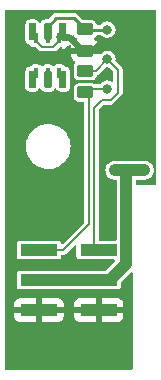
<source format=gbr>
G04 #@! TF.GenerationSoftware,KiCad,Pcbnew,(6.0.1-0)*
G04 #@! TF.CreationDate,2022-12-09T09:33:06-05:00*
G04 #@! TF.ProjectId,feederFloor,66656564-6572-4466-9c6f-6f722e6b6963,rev?*
G04 #@! TF.SameCoordinates,Original*
G04 #@! TF.FileFunction,Copper,L1,Top*
G04 #@! TF.FilePolarity,Positive*
%FSLAX46Y46*%
G04 Gerber Fmt 4.6, Leading zero omitted, Abs format (unit mm)*
G04 Created by KiCad (PCBNEW (6.0.1-0)) date 2022-12-09 09:33:06*
%MOMM*%
%LPD*%
G01*
G04 APERTURE LIST*
G04 Aperture macros list*
%AMRoundRect*
0 Rectangle with rounded corners*
0 $1 Rounding radius*
0 $2 $3 $4 $5 $6 $7 $8 $9 X,Y pos of 4 corners*
0 Add a 4 corners polygon primitive as box body*
4,1,4,$2,$3,$4,$5,$6,$7,$8,$9,$2,$3,0*
0 Add four circle primitives for the rounded corners*
1,1,$1+$1,$2,$3*
1,1,$1+$1,$4,$5*
1,1,$1+$1,$6,$7*
1,1,$1+$1,$8,$9*
0 Add four rect primitives between the rounded corners*
20,1,$1+$1,$2,$3,$4,$5,0*
20,1,$1+$1,$4,$5,$6,$7,0*
20,1,$1+$1,$6,$7,$8,$9,0*
20,1,$1+$1,$8,$9,$2,$3,0*%
%AMFreePoly0*
4,1,39,0.115063,0.570106,0.130902,0.570106,0.143716,0.560796,0.158779,0.555902,0.168089,0.543089,0.180902,0.533779,0.185796,0.518716,0.195106,0.505902,0.195106,0.490063,0.200000,0.475000,0.200000,0.200000,0.400000,0.200000,0.400000,-0.200000,-0.400000,-0.200000,-0.400000,0.025000,-1.200000,0.025000,-1.215063,0.029894,-1.230902,0.029894,-1.243716,0.039204,-1.258779,0.044098,
-1.268089,0.056911,-1.280902,0.066221,-1.285796,0.081284,-1.295106,0.094098,-1.295106,0.109937,-1.300000,0.125000,-1.300000,0.475000,-1.295106,0.490063,-1.295106,0.505902,-1.285796,0.518716,-1.280902,0.533779,-1.268089,0.543089,-1.258779,0.555902,-1.243716,0.560796,-1.230902,0.570106,-1.215063,0.570106,-1.200000,0.575000,0.100000,0.575000,0.115063,0.570106,0.115063,0.570106,
$1*%
%AMFreePoly1*
4,1,47,0.115063,0.295106,0.130902,0.295106,0.143716,0.285796,0.158779,0.280902,0.168089,0.268089,0.180902,0.258779,0.185796,0.243716,0.195106,0.230902,0.195106,0.215063,0.200000,0.200000,0.400000,0.200000,0.400000,-0.200000,0.200000,-0.200000,0.195106,-0.215063,0.195106,-0.230902,0.185796,-0.243716,0.180902,-0.258779,0.168089,-0.268089,0.158779,-0.280902,0.143716,-0.285796,
0.130902,-0.295106,0.115063,-0.295106,0.100000,-0.300000,-1.200000,-0.300000,-1.215063,-0.295106,-1.230902,-0.295106,-1.243716,-0.285796,-1.258779,-0.280902,-1.268089,-0.268089,-1.280902,-0.258779,-1.285796,-0.243716,-1.295106,-0.230902,-1.295106,-0.215063,-1.300000,-0.200000,-1.300000,0.200000,-1.295106,0.215063,-1.295106,0.230902,-1.285796,0.243716,-1.280902,0.258779,-1.268089,0.268089,
-1.258779,0.280902,-1.243716,0.285796,-1.230902,0.295106,-1.215063,0.295106,-1.200000,0.300000,0.100000,0.300000,0.115063,0.295106,0.115063,0.295106,$1*%
%AMFreePoly2*
4,1,39,0.400000,-0.200000,0.200000,-0.200000,0.200000,-0.475000,0.195106,-0.490063,0.195106,-0.505902,0.185796,-0.518716,0.180902,-0.533779,0.168089,-0.543089,0.158779,-0.555902,0.143716,-0.560796,0.130902,-0.570106,0.115063,-0.570106,0.100000,-0.575000,-1.200000,-0.575000,-1.215063,-0.570106,-1.230902,-0.570106,-1.243716,-0.560796,-1.258779,-0.555902,-1.268089,-0.543089,-1.280902,-0.533779,
-1.285796,-0.518716,-1.295106,-0.505902,-1.295106,-0.490063,-1.300000,-0.475000,-1.300000,-0.125000,-1.295106,-0.109937,-1.295106,-0.094098,-1.285796,-0.081284,-1.280902,-0.066221,-1.268089,-0.056911,-1.258779,-0.044098,-1.243716,-0.039204,-1.230902,-0.029894,-1.215063,-0.029894,-1.200000,-0.025000,-0.400000,-0.025000,-0.400000,0.200000,0.400000,0.200000,0.400000,-0.200000,0.400000,-0.200000,
$1*%
%AMFreePoly3*
4,1,39,0.400000,-0.025000,1.200000,-0.025000,1.215063,-0.029894,1.230902,-0.029894,1.243716,-0.039204,1.258779,-0.044098,1.268089,-0.056911,1.280902,-0.066221,1.285796,-0.081284,1.295106,-0.094098,1.295106,-0.109937,1.300000,-0.125000,1.300000,-0.475000,1.295106,-0.490063,1.295106,-0.505902,1.285796,-0.518716,1.280902,-0.533779,1.268089,-0.543089,1.258779,-0.555902,1.243716,-0.560796,
1.230902,-0.570106,1.215063,-0.570106,1.200000,-0.575000,-0.100000,-0.575000,-0.115063,-0.570106,-0.130902,-0.570106,-0.143716,-0.560796,-0.158779,-0.555902,-0.168089,-0.543089,-0.180902,-0.533779,-0.185796,-0.518716,-0.195106,-0.505902,-0.195106,-0.490063,-0.200000,-0.475000,-0.200000,-0.200000,-0.400000,-0.200000,-0.400000,0.200000,0.400000,0.200000,0.400000,-0.025000,0.400000,-0.025000,
$1*%
%AMFreePoly4*
4,1,47,1.215063,0.295106,1.230902,0.295106,1.243716,0.285796,1.258779,0.280902,1.268089,0.268089,1.280902,0.258779,1.285796,0.243716,1.295106,0.230902,1.295106,0.215063,1.300000,0.200000,1.300000,-0.200000,1.295106,-0.215063,1.295106,-0.230902,1.285796,-0.243716,1.280902,-0.258779,1.268089,-0.268089,1.258779,-0.280902,1.243716,-0.285796,1.230902,-0.295106,1.215063,-0.295106,
1.200000,-0.300000,-0.100000,-0.300000,-0.115063,-0.295106,-0.130902,-0.295106,-0.143716,-0.285796,-0.158779,-0.280902,-0.168089,-0.268089,-0.180902,-0.258779,-0.185796,-0.243716,-0.195106,-0.230902,-0.195106,-0.215063,-0.200000,-0.200000,-0.400000,-0.200000,-0.400000,0.200000,-0.200000,0.200000,-0.195106,0.215063,-0.195106,0.230902,-0.185796,0.243716,-0.180902,0.258779,-0.168089,0.268089,
-0.158779,0.280902,-0.143716,0.285796,-0.130902,0.295106,-0.115063,0.295106,-0.100000,0.300000,1.200000,0.300000,1.215063,0.295106,1.215063,0.295106,$1*%
%AMFreePoly5*
4,1,39,1.215063,0.570106,1.230902,0.570106,1.243716,0.560796,1.258779,0.555902,1.268089,0.543089,1.280902,0.533779,1.285796,0.518716,1.295106,0.505902,1.295106,0.490063,1.300000,0.475000,1.300000,0.125000,1.295106,0.109937,1.295106,0.094098,1.285796,0.081284,1.280902,0.066221,1.268089,0.056911,1.258779,0.044098,1.243716,0.039204,1.230902,0.029894,1.215063,0.029894,
1.200000,0.025000,0.400000,0.025000,0.400000,-0.200000,-0.400000,-0.200000,-0.400000,0.200000,-0.200000,0.200000,-0.200000,0.475000,-0.195106,0.490063,-0.195106,0.505902,-0.185796,0.518716,-0.180902,0.533779,-0.168089,0.543089,-0.158779,0.555902,-0.143716,0.560796,-0.130902,0.570106,-0.115063,0.570106,-0.100000,0.575000,1.200000,0.575000,1.215063,0.570106,1.215063,0.570106,
$1*%
G04 Aperture macros list end*
G04 #@! TA.AperFunction,EtchedComponent*
%ADD10C,0.200000*%
G04 #@! TD*
G04 #@! TA.AperFunction,SMDPad,CuDef*
%ADD11R,3.150000X1.000000*%
G04 #@! TD*
G04 #@! TA.AperFunction,SMDPad,CuDef*
%ADD12FreePoly0,270.000000*%
G04 #@! TD*
G04 #@! TA.AperFunction,SMDPad,CuDef*
%ADD13FreePoly1,270.000000*%
G04 #@! TD*
G04 #@! TA.AperFunction,SMDPad,CuDef*
%ADD14FreePoly2,270.000000*%
G04 #@! TD*
G04 #@! TA.AperFunction,SMDPad,CuDef*
%ADD15FreePoly3,270.000000*%
G04 #@! TD*
G04 #@! TA.AperFunction,SMDPad,CuDef*
%ADD16FreePoly4,270.000000*%
G04 #@! TD*
G04 #@! TA.AperFunction,SMDPad,CuDef*
%ADD17FreePoly5,270.000000*%
G04 #@! TD*
G04 #@! TA.AperFunction,SMDPad,CuDef*
%ADD18RoundRect,0.250000X0.450000X-0.262500X0.450000X0.262500X-0.450000X0.262500X-0.450000X-0.262500X0*%
G04 #@! TD*
G04 #@! TA.AperFunction,SMDPad,CuDef*
%ADD19RoundRect,0.250000X-0.450000X0.262500X-0.450000X-0.262500X0.450000X-0.262500X0.450000X0.262500X0*%
G04 #@! TD*
G04 #@! TA.AperFunction,ViaPad*
%ADD20C,0.800000*%
G04 #@! TD*
G04 #@! TA.AperFunction,Conductor*
%ADD21C,0.500000*%
G04 #@! TD*
G04 #@! TA.AperFunction,Conductor*
%ADD22C,0.250000*%
G04 #@! TD*
G04 #@! TA.AperFunction,Conductor*
%ADD23C,1.000000*%
G04 #@! TD*
G04 #@! TA.AperFunction,Conductor*
%ADD24C,0.200000*%
G04 #@! TD*
G04 APERTURE END LIST*
D10*
X26050000Y-28150000D02*
X25650000Y-28550000D01*
X24700000Y-28550000D02*
X24250000Y-28150000D01*
X25650000Y-28550000D02*
X24700000Y-28550000D01*
D11*
X29475000Y-50840000D03*
X24425000Y-50840000D03*
X29475000Y-48300000D03*
X24425000Y-48300000D03*
X29475000Y-45760000D03*
X24425000Y-45760000D03*
D12*
X26150000Y-27850000D03*
D13*
X25150000Y-27850000D03*
D14*
X24150000Y-27850000D03*
D15*
X24150000Y-30750000D03*
D16*
X25150000Y-30750000D03*
D17*
X26150000Y-30750000D03*
D18*
X28350000Y-32412500D03*
X28350000Y-30587500D03*
D19*
X28350000Y-27087500D03*
X28350000Y-28912500D03*
D20*
X30200000Y-36600000D03*
X30200000Y-34250000D03*
X31750000Y-49400000D03*
X30200000Y-35400000D03*
X31800000Y-52300000D03*
X22100000Y-49400000D03*
X22100000Y-52300000D03*
X30200000Y-27100000D03*
X30850000Y-39000000D03*
X33350000Y-39000000D03*
X32050000Y-39000000D03*
X30200000Y-29600000D03*
X30200000Y-32100000D03*
D21*
X26975481Y-27725481D02*
X26150000Y-27725481D01*
X28350000Y-28912500D02*
X28987500Y-28912500D01*
X32450000Y-30000000D02*
X32450000Y-32000000D01*
X28350000Y-28912500D02*
X28162500Y-28912500D01*
X28987500Y-28912500D02*
X29600000Y-28300000D01*
X32450000Y-32000000D02*
X30200000Y-34250000D01*
X28162500Y-28912500D02*
X26975481Y-27725481D01*
X29600000Y-28300000D02*
X30750000Y-28300000D01*
X30750000Y-28300000D02*
X32450000Y-30000000D01*
D22*
X25150000Y-27850000D02*
X25150000Y-26850000D01*
X30200000Y-27100000D02*
X28362500Y-27100000D01*
X27362500Y-26100000D02*
X28350000Y-27087500D01*
X25900000Y-26100000D02*
X27362500Y-26100000D01*
X28362500Y-27100000D02*
X28350000Y-27087500D01*
X25150000Y-26850000D02*
X25900000Y-26100000D01*
D23*
X30409022Y-48300000D02*
X31800000Y-46909022D01*
X26950000Y-48300000D02*
X24425000Y-48300000D01*
X29475000Y-48300000D02*
X30409022Y-48300000D01*
X26950000Y-48300000D02*
X29475000Y-48300000D01*
X31800000Y-46909022D02*
X31800000Y-39250000D01*
X33350000Y-39000000D02*
X30850000Y-39000000D01*
X31800000Y-39250000D02*
X32050000Y-39000000D01*
D24*
X30200000Y-29600000D02*
X31100000Y-30500000D01*
X29750000Y-33050000D02*
X29100000Y-33700000D01*
X29100000Y-33700000D02*
X29100000Y-45385000D01*
X29100000Y-45385000D02*
X29475000Y-45760000D01*
X30550000Y-33050000D02*
X29750000Y-33050000D01*
X31100000Y-32500000D02*
X30550000Y-33050000D01*
X29212500Y-30587500D02*
X28350000Y-30587500D01*
X31100000Y-30500000D02*
X31100000Y-32500000D01*
X30200000Y-29600000D02*
X29212500Y-30587500D01*
X30200000Y-32100000D02*
X28662500Y-32100000D01*
X26490000Y-45760000D02*
X28650000Y-43600000D01*
X28650000Y-43600000D02*
X28650000Y-32712500D01*
X28662500Y-32100000D02*
X28350000Y-32412500D01*
X24425000Y-45760000D02*
X26490000Y-45760000D01*
X28650000Y-32712500D02*
X28350000Y-32412500D01*
G04 #@! TA.AperFunction,Conductor*
G36*
X34309305Y-25432594D02*
G01*
X34345269Y-25482094D01*
X34350114Y-25512687D01*
X34350114Y-38967788D01*
X34339633Y-39000046D01*
X34350114Y-39040283D01*
X34350114Y-40201000D01*
X34331207Y-40259191D01*
X34281707Y-40295155D01*
X34251114Y-40300000D01*
X32705733Y-40300000D01*
X32696075Y-40299528D01*
X32689842Y-40298917D01*
X32633773Y-40274423D01*
X32602810Y-40221650D01*
X32600500Y-40200389D01*
X32600500Y-39899500D01*
X32619407Y-39841309D01*
X32668907Y-39805345D01*
X32699500Y-39800500D01*
X33395155Y-39800500D01*
X33397909Y-39800191D01*
X33397911Y-39800191D01*
X33425291Y-39797120D01*
X33528472Y-39785546D01*
X33698073Y-39726485D01*
X33735979Y-39702799D01*
X33845685Y-39634247D01*
X33845687Y-39634245D01*
X33850375Y-39631316D01*
X33977807Y-39504770D01*
X33980774Y-39500095D01*
X34071071Y-39357810D01*
X34071072Y-39357809D01*
X34074037Y-39353136D01*
X34134281Y-39183951D01*
X34152810Y-39028561D01*
X34163299Y-39005862D01*
X34152656Y-38978136D01*
X34142851Y-38884850D01*
X34136773Y-38827017D01*
X34114458Y-38761466D01*
X34080682Y-38662249D01*
X34080680Y-38662245D01*
X34078897Y-38657007D01*
X34075999Y-38652297D01*
X34075997Y-38652292D01*
X33987691Y-38508754D01*
X33984794Y-38504045D01*
X33859141Y-38375732D01*
X33708183Y-38278446D01*
X33539422Y-38217022D01*
X33400717Y-38199500D01*
X32058991Y-38199500D01*
X32057954Y-38199495D01*
X32052712Y-38199440D01*
X31968593Y-38198559D01*
X31965411Y-38199247D01*
X31960417Y-38199500D01*
X30804845Y-38199500D01*
X30802091Y-38199809D01*
X30802089Y-38199809D01*
X30774709Y-38202880D01*
X30671528Y-38214454D01*
X30501927Y-38273515D01*
X30497234Y-38276447D01*
X30497235Y-38276447D01*
X30354315Y-38365753D01*
X30354313Y-38365755D01*
X30349625Y-38368684D01*
X30345700Y-38372582D01*
X30234501Y-38483008D01*
X30222193Y-38495230D01*
X30219227Y-38499904D01*
X30219226Y-38499905D01*
X30219106Y-38500095D01*
X30125963Y-38646864D01*
X30065719Y-38816049D01*
X30065065Y-38821536D01*
X30065064Y-38821539D01*
X30055656Y-38900439D01*
X30044455Y-38994376D01*
X30063227Y-39172983D01*
X30121103Y-39342993D01*
X30124001Y-39347703D01*
X30124003Y-39347708D01*
X30130218Y-39357810D01*
X30215206Y-39495955D01*
X30340859Y-39624268D01*
X30491817Y-39721554D01*
X30660578Y-39782978D01*
X30799283Y-39800500D01*
X30900500Y-39800500D01*
X30958691Y-39819407D01*
X30994655Y-39868907D01*
X30999500Y-39899500D01*
X30999500Y-44860500D01*
X30980593Y-44918691D01*
X30931093Y-44954655D01*
X30900500Y-44959500D01*
X29599500Y-44959500D01*
X29541309Y-44940593D01*
X29505345Y-44891093D01*
X29500500Y-44860500D01*
X29500500Y-33906901D01*
X29519407Y-33848710D01*
X29529496Y-33836897D01*
X29886897Y-33479496D01*
X29941414Y-33451719D01*
X29956901Y-33450500D01*
X30613433Y-33450500D01*
X30636380Y-33443044D01*
X30651481Y-33439419D01*
X30667609Y-33436865D01*
X30667611Y-33436864D01*
X30675304Y-33435646D01*
X30696797Y-33424695D01*
X30711143Y-33418752D01*
X30726679Y-33413704D01*
X30734090Y-33411296D01*
X30753607Y-33397116D01*
X30766846Y-33389002D01*
X30788342Y-33378050D01*
X30810905Y-33355487D01*
X30810909Y-33355484D01*
X31405483Y-32760909D01*
X31428050Y-32738342D01*
X31439004Y-32716844D01*
X31447111Y-32703614D01*
X31461296Y-32684090D01*
X31468751Y-32661144D01*
X31474696Y-32646794D01*
X31474975Y-32646246D01*
X31485646Y-32625304D01*
X31489420Y-32601475D01*
X31493046Y-32586373D01*
X31498092Y-32570843D01*
X31498093Y-32570840D01*
X31500499Y-32563433D01*
X31500499Y-32531525D01*
X31500500Y-32531519D01*
X31500500Y-30468481D01*
X31500499Y-30468475D01*
X31500499Y-30436567D01*
X31498093Y-30429160D01*
X31498092Y-30429157D01*
X31493046Y-30413627D01*
X31489420Y-30398524D01*
X31486865Y-30382392D01*
X31485646Y-30374696D01*
X31474695Y-30353204D01*
X31468751Y-30338855D01*
X31463704Y-30323321D01*
X31463704Y-30323320D01*
X31461296Y-30315910D01*
X31447111Y-30296386D01*
X31439004Y-30283156D01*
X31428050Y-30261658D01*
X30924979Y-29758587D01*
X30897202Y-29704070D01*
X30896971Y-29674633D01*
X30905034Y-29617982D01*
X30905490Y-29614778D01*
X30905645Y-29600000D01*
X30885276Y-29431680D01*
X30825345Y-29273077D01*
X30757762Y-29174743D01*
X30732692Y-29138267D01*
X30729312Y-29133349D01*
X30602721Y-29020560D01*
X30452881Y-28941224D01*
X30355714Y-28916817D01*
X30294231Y-28901373D01*
X30294228Y-28901373D01*
X30288441Y-28899919D01*
X30202841Y-28899471D01*
X30124861Y-28899062D01*
X30124859Y-28899062D01*
X30118895Y-28899031D01*
X30113099Y-28900423D01*
X30113095Y-28900423D01*
X30028660Y-28920695D01*
X29954032Y-28938612D01*
X29926096Y-28953031D01*
X29808675Y-29013636D01*
X29808673Y-29013638D01*
X29803369Y-29016375D01*
X29675604Y-29127831D01*
X29672172Y-29132714D01*
X29668179Y-29137149D01*
X29667011Y-29136098D01*
X29623978Y-29168412D01*
X29573252Y-29169211D01*
X29573107Y-29170126D01*
X29567867Y-29169296D01*
X29562800Y-29169376D01*
X29560214Y-29168084D01*
X29550211Y-29166500D01*
X27157681Y-29166500D01*
X27144996Y-29170622D01*
X27142001Y-29174743D01*
X27142001Y-29222792D01*
X27142267Y-29227922D01*
X27152409Y-29325673D01*
X27154682Y-29336200D01*
X27207086Y-29493277D01*
X27211933Y-29503624D01*
X27298891Y-29644145D01*
X27305987Y-29653098D01*
X27422939Y-29769847D01*
X27431906Y-29776929D01*
X27470484Y-29800709D01*
X27510098Y-29847338D01*
X27514739Y-29908347D01*
X27497391Y-29944840D01*
X27421111Y-30045335D01*
X27415887Y-30052217D01*
X27413403Y-30058492D01*
X27413402Y-30058493D01*
X27404146Y-30081871D01*
X27360364Y-30192453D01*
X27349500Y-30282228D01*
X27349500Y-30892772D01*
X27360364Y-30982547D01*
X27415887Y-31122783D01*
X27507078Y-31242922D01*
X27512457Y-31247005D01*
X27621840Y-31330032D01*
X27621842Y-31330033D01*
X27627217Y-31334113D01*
X27767453Y-31389636D01*
X27857228Y-31400500D01*
X28842772Y-31400500D01*
X28932547Y-31389636D01*
X29072783Y-31334113D01*
X29078158Y-31330033D01*
X29078160Y-31330032D01*
X29187543Y-31247005D01*
X29192922Y-31242922D01*
X29284113Y-31122783D01*
X29329414Y-31008366D01*
X29368415Y-30961221D01*
X29382867Y-30954420D01*
X29389178Y-30951204D01*
X29396590Y-30948796D01*
X29416107Y-30934616D01*
X29429346Y-30926502D01*
X29450842Y-30915550D01*
X29473405Y-30892987D01*
X29473409Y-30892984D01*
X30038206Y-30328187D01*
X30092723Y-30300410D01*
X30109765Y-30299203D01*
X30159387Y-30299982D01*
X30273760Y-30301779D01*
X30279581Y-30300446D01*
X30281910Y-30300201D01*
X30341758Y-30312922D01*
X30362262Y-30328655D01*
X30670503Y-30636895D01*
X30698281Y-30691412D01*
X30699500Y-30706899D01*
X30699500Y-31407363D01*
X30680593Y-31465554D01*
X30631093Y-31501518D01*
X30569907Y-31501518D01*
X30554175Y-31494856D01*
X30498832Y-31465554D01*
X30452881Y-31441224D01*
X30370661Y-31420572D01*
X30294231Y-31401373D01*
X30294228Y-31401373D01*
X30288441Y-31399919D01*
X30202841Y-31399471D01*
X30124861Y-31399062D01*
X30124859Y-31399062D01*
X30118895Y-31399031D01*
X30113099Y-31400423D01*
X30113095Y-31400423D01*
X30016327Y-31423656D01*
X29954032Y-31438612D01*
X29901833Y-31465554D01*
X29808675Y-31513636D01*
X29808673Y-31513638D01*
X29803369Y-31516375D01*
X29675604Y-31627831D01*
X29672177Y-31632708D01*
X29672170Y-31632715D01*
X29654803Y-31657426D01*
X29605874Y-31694163D01*
X29573807Y-31699500D01*
X29150384Y-31699500D01*
X29090529Y-31679357D01*
X29078159Y-31669968D01*
X29072783Y-31665887D01*
X28932547Y-31610364D01*
X28842772Y-31599500D01*
X27857228Y-31599500D01*
X27767453Y-31610364D01*
X27627217Y-31665887D01*
X27621842Y-31669967D01*
X27621840Y-31669968D01*
X27512457Y-31752995D01*
X27507078Y-31757078D01*
X27415887Y-31877217D01*
X27360364Y-32017453D01*
X27349500Y-32107228D01*
X27349500Y-32717772D01*
X27360364Y-32807547D01*
X27415887Y-32947783D01*
X27507078Y-33067922D01*
X27512457Y-33072005D01*
X27621840Y-33155032D01*
X27621842Y-33155033D01*
X27627217Y-33159113D01*
X27767453Y-33214636D01*
X27857228Y-33225500D01*
X28150500Y-33225500D01*
X28208691Y-33244407D01*
X28244655Y-33293907D01*
X28249500Y-33324500D01*
X28249500Y-43393100D01*
X28230593Y-43451291D01*
X28220504Y-43463104D01*
X26459323Y-45224284D01*
X26404806Y-45252061D01*
X26344374Y-45242490D01*
X26301109Y-45199225D01*
X26297460Y-45189811D01*
X26297382Y-45189154D01*
X26251939Y-45086847D01*
X26172713Y-45007759D01*
X26143591Y-44994884D01*
X26077136Y-44965504D01*
X26077134Y-44965504D01*
X26070327Y-44962494D01*
X26056322Y-44960861D01*
X26047494Y-44959832D01*
X26047493Y-44959832D01*
X26044646Y-44959500D01*
X22805354Y-44959500D01*
X22788951Y-44961452D01*
X22786531Y-44961740D01*
X22786530Y-44961740D01*
X22779154Y-44962618D01*
X22676847Y-45008061D01*
X22597759Y-45087287D01*
X22552494Y-45189673D01*
X22549500Y-45215354D01*
X22549500Y-46304646D01*
X22552618Y-46330846D01*
X22598061Y-46433153D01*
X22677287Y-46512241D01*
X22685645Y-46515936D01*
X22772864Y-46554496D01*
X22772866Y-46554496D01*
X22779673Y-46557506D01*
X22787067Y-46558368D01*
X22802378Y-46560153D01*
X22805354Y-46560500D01*
X26044646Y-46560500D01*
X26062561Y-46558368D01*
X26063469Y-46558260D01*
X26063470Y-46558260D01*
X26070846Y-46557382D01*
X26173153Y-46511939D01*
X26252241Y-46432713D01*
X26297506Y-46330327D01*
X26300500Y-46304646D01*
X26300500Y-46259500D01*
X26319407Y-46201309D01*
X26368907Y-46165345D01*
X26399500Y-46160500D01*
X26553433Y-46160500D01*
X26576380Y-46153044D01*
X26591481Y-46149419D01*
X26607609Y-46146865D01*
X26607611Y-46146864D01*
X26615304Y-46145646D01*
X26636797Y-46134695D01*
X26651143Y-46128752D01*
X26666679Y-46123704D01*
X26674090Y-46121296D01*
X26693607Y-46107116D01*
X26706846Y-46099002D01*
X26728342Y-46088050D01*
X26750905Y-46065487D01*
X26750909Y-46065484D01*
X27430496Y-45385897D01*
X27485013Y-45358120D01*
X27545445Y-45367691D01*
X27588710Y-45410956D01*
X27599500Y-45455901D01*
X27599500Y-46304646D01*
X27602618Y-46330846D01*
X27648061Y-46433153D01*
X27727287Y-46512241D01*
X27735645Y-46515936D01*
X27822864Y-46554496D01*
X27822866Y-46554496D01*
X27829673Y-46557506D01*
X27837067Y-46558368D01*
X27852378Y-46560153D01*
X27855354Y-46560500D01*
X30777436Y-46560500D01*
X30835627Y-46579407D01*
X30871591Y-46628907D01*
X30871591Y-46690093D01*
X30847440Y-46729504D01*
X30106440Y-47470504D01*
X30051923Y-47498281D01*
X30036436Y-47499500D01*
X22805354Y-47499500D01*
X22788951Y-47501452D01*
X22786531Y-47501740D01*
X22786530Y-47501740D01*
X22779154Y-47502618D01*
X22676847Y-47548061D01*
X22597759Y-47627287D01*
X22552494Y-47729673D01*
X22549500Y-47755354D01*
X22549500Y-48844646D01*
X22552618Y-48870846D01*
X22598061Y-48973153D01*
X22677287Y-49052241D01*
X22685645Y-49055936D01*
X22772864Y-49094496D01*
X22772866Y-49094496D01*
X22779673Y-49097506D01*
X22787067Y-49098368D01*
X22802378Y-49100153D01*
X22805354Y-49100500D01*
X30400031Y-49100500D01*
X30401069Y-49100505D01*
X30490429Y-49101441D01*
X30493611Y-49100753D01*
X30498605Y-49100500D01*
X31094646Y-49100500D01*
X31112561Y-49098368D01*
X31113469Y-49098260D01*
X31113470Y-49098260D01*
X31120846Y-49097382D01*
X31223153Y-49051939D01*
X31302241Y-48972713D01*
X31347506Y-48870327D01*
X31350500Y-48844646D01*
X31350500Y-48531608D01*
X31369407Y-48473417D01*
X31379496Y-48461604D01*
X32181058Y-47660042D01*
X32235575Y-47632265D01*
X32296007Y-47641836D01*
X32339272Y-47685101D01*
X32350062Y-47730047D01*
X32350003Y-55801001D01*
X32331095Y-55859191D01*
X32281595Y-55895155D01*
X32251003Y-55900000D01*
X21649001Y-55900000D01*
X21590810Y-55881093D01*
X21554846Y-55831593D01*
X21550001Y-55801000D01*
X21550018Y-51390751D01*
X21550018Y-51385411D01*
X22342001Y-51385411D01*
X22342290Y-51390751D01*
X22348078Y-51444035D01*
X22350927Y-51456020D01*
X22397351Y-51579855D01*
X22404059Y-51592108D01*
X22482863Y-51697256D01*
X22492744Y-51707137D01*
X22597892Y-51785941D01*
X22610145Y-51792649D01*
X22733978Y-51839072D01*
X22745967Y-51841923D01*
X22799252Y-51847711D01*
X22804586Y-51848000D01*
X24155320Y-51848000D01*
X24168005Y-51843878D01*
X24171000Y-51839757D01*
X24171000Y-51832319D01*
X24679000Y-51832319D01*
X24683122Y-51845004D01*
X24687243Y-51847999D01*
X26045411Y-51847999D01*
X26050751Y-51847710D01*
X26104035Y-51841922D01*
X26116020Y-51839073D01*
X26239855Y-51792649D01*
X26252108Y-51785941D01*
X26357256Y-51707137D01*
X26367137Y-51697256D01*
X26445941Y-51592108D01*
X26452649Y-51579855D01*
X26499072Y-51456022D01*
X26501923Y-51444033D01*
X26507711Y-51390748D01*
X26508000Y-51385414D01*
X26508000Y-51385411D01*
X27392001Y-51385411D01*
X27392290Y-51390751D01*
X27398078Y-51444035D01*
X27400927Y-51456020D01*
X27447351Y-51579855D01*
X27454059Y-51592108D01*
X27532863Y-51697256D01*
X27542744Y-51707137D01*
X27647892Y-51785941D01*
X27660145Y-51792649D01*
X27783978Y-51839072D01*
X27795967Y-51841923D01*
X27849252Y-51847711D01*
X27854586Y-51848000D01*
X29205320Y-51848000D01*
X29218005Y-51843878D01*
X29221000Y-51839757D01*
X29221000Y-51832319D01*
X29729000Y-51832319D01*
X29733122Y-51845004D01*
X29737243Y-51847999D01*
X31095411Y-51847999D01*
X31100751Y-51847710D01*
X31154035Y-51841922D01*
X31166020Y-51839073D01*
X31289855Y-51792649D01*
X31302108Y-51785941D01*
X31407256Y-51707137D01*
X31417137Y-51697256D01*
X31495941Y-51592108D01*
X31502649Y-51579855D01*
X31549072Y-51456022D01*
X31551923Y-51444033D01*
X31557711Y-51390748D01*
X31558000Y-51385414D01*
X31558000Y-51109680D01*
X31553878Y-51096995D01*
X31549757Y-51094000D01*
X29744680Y-51094000D01*
X29731995Y-51098122D01*
X29729000Y-51102243D01*
X29729000Y-51832319D01*
X29221000Y-51832319D01*
X29221000Y-51109680D01*
X29216878Y-51096995D01*
X29212757Y-51094000D01*
X27407681Y-51094000D01*
X27394996Y-51098122D01*
X27392001Y-51102243D01*
X27392001Y-51385411D01*
X26508000Y-51385411D01*
X26508000Y-51109680D01*
X26503878Y-51096995D01*
X26499757Y-51094000D01*
X24694680Y-51094000D01*
X24681995Y-51098122D01*
X24679000Y-51102243D01*
X24679000Y-51832319D01*
X24171000Y-51832319D01*
X24171000Y-51109680D01*
X24166878Y-51096995D01*
X24162757Y-51094000D01*
X22357681Y-51094000D01*
X22344996Y-51098122D01*
X22342001Y-51102243D01*
X22342001Y-51385411D01*
X21550018Y-51385411D01*
X21550021Y-50570320D01*
X22342000Y-50570320D01*
X22346122Y-50583005D01*
X22350243Y-50586000D01*
X24155320Y-50586000D01*
X24168005Y-50581878D01*
X24171000Y-50577757D01*
X24171000Y-50570320D01*
X24679000Y-50570320D01*
X24683122Y-50583005D01*
X24687243Y-50586000D01*
X26492319Y-50586000D01*
X26505004Y-50581878D01*
X26507999Y-50577757D01*
X26507999Y-50570320D01*
X27392000Y-50570320D01*
X27396122Y-50583005D01*
X27400243Y-50586000D01*
X29205320Y-50586000D01*
X29218005Y-50581878D01*
X29221000Y-50577757D01*
X29221000Y-50570320D01*
X29729000Y-50570320D01*
X29733122Y-50583005D01*
X29737243Y-50586000D01*
X31542319Y-50586000D01*
X31555004Y-50581878D01*
X31557999Y-50577757D01*
X31557999Y-50294589D01*
X31557710Y-50289249D01*
X31551922Y-50235965D01*
X31549073Y-50223980D01*
X31502649Y-50100145D01*
X31495941Y-50087892D01*
X31417137Y-49982744D01*
X31407256Y-49972863D01*
X31302108Y-49894059D01*
X31289855Y-49887351D01*
X31166022Y-49840928D01*
X31154033Y-49838077D01*
X31100748Y-49832289D01*
X31095414Y-49832000D01*
X29744680Y-49832000D01*
X29731995Y-49836122D01*
X29729000Y-49840243D01*
X29729000Y-50570320D01*
X29221000Y-50570320D01*
X29221000Y-49847681D01*
X29216878Y-49834996D01*
X29212757Y-49832001D01*
X27854589Y-49832001D01*
X27849249Y-49832290D01*
X27795965Y-49838078D01*
X27783980Y-49840927D01*
X27660145Y-49887351D01*
X27647892Y-49894059D01*
X27542744Y-49972863D01*
X27532863Y-49982744D01*
X27454059Y-50087892D01*
X27447351Y-50100145D01*
X27400928Y-50223978D01*
X27398077Y-50235967D01*
X27392289Y-50289252D01*
X27392000Y-50294586D01*
X27392000Y-50570320D01*
X26507999Y-50570320D01*
X26507999Y-50294589D01*
X26507710Y-50289249D01*
X26501922Y-50235965D01*
X26499073Y-50223980D01*
X26452649Y-50100145D01*
X26445941Y-50087892D01*
X26367137Y-49982744D01*
X26357256Y-49972863D01*
X26252108Y-49894059D01*
X26239855Y-49887351D01*
X26116022Y-49840928D01*
X26104033Y-49838077D01*
X26050748Y-49832289D01*
X26045414Y-49832000D01*
X24694680Y-49832000D01*
X24681995Y-49836122D01*
X24679000Y-49840243D01*
X24679000Y-50570320D01*
X24171000Y-50570320D01*
X24171000Y-49847681D01*
X24166878Y-49834996D01*
X24162757Y-49832001D01*
X22804589Y-49832001D01*
X22799249Y-49832290D01*
X22745965Y-49838078D01*
X22733980Y-49840927D01*
X22610145Y-49887351D01*
X22597892Y-49894059D01*
X22492744Y-49972863D01*
X22482863Y-49982744D01*
X22404059Y-50087892D01*
X22397351Y-50100145D01*
X22350928Y-50223978D01*
X22348077Y-50235967D01*
X22342289Y-50289252D01*
X22342000Y-50294586D01*
X22342000Y-50570320D01*
X21550021Y-50570320D01*
X21550062Y-39172983D01*
X21550070Y-37043233D01*
X23294906Y-37043233D01*
X23295246Y-37046795D01*
X23295246Y-37046802D01*
X23313274Y-37235748D01*
X23321102Y-37317792D01*
X23386657Y-37585694D01*
X23490199Y-37841326D01*
X23629558Y-38079335D01*
X23801816Y-38294732D01*
X24003364Y-38483008D01*
X24229979Y-38640216D01*
X24233184Y-38641811D01*
X24233190Y-38641814D01*
X24473699Y-38761466D01*
X24473704Y-38761468D01*
X24476914Y-38763065D01*
X24480325Y-38764183D01*
X24480327Y-38764184D01*
X24735593Y-38847864D01*
X24735596Y-38847865D01*
X24738998Y-38848980D01*
X25010738Y-38896162D01*
X25061160Y-38898672D01*
X25096644Y-38900439D01*
X25096657Y-38900439D01*
X25097876Y-38900500D01*
X25270070Y-38900500D01*
X25475083Y-38885625D01*
X25505490Y-38878912D01*
X25740904Y-38826937D01*
X25740910Y-38826935D01*
X25744403Y-38826164D01*
X25747752Y-38824895D01*
X25747756Y-38824894D01*
X25910951Y-38763065D01*
X26002319Y-38728449D01*
X26243428Y-38594525D01*
X26462678Y-38427198D01*
X26655477Y-38229974D01*
X26677659Y-38199500D01*
X26815682Y-38009876D01*
X26817787Y-38006984D01*
X26946206Y-37762899D01*
X27038045Y-37502832D01*
X27091380Y-37232232D01*
X27105094Y-36956767D01*
X27104754Y-36953205D01*
X27104754Y-36953198D01*
X27079239Y-36685779D01*
X27079238Y-36685775D01*
X27078898Y-36682208D01*
X27013343Y-36414306D01*
X26909801Y-36158674D01*
X26770442Y-35920665D01*
X26598184Y-35705268D01*
X26396636Y-35516992D01*
X26170021Y-35359784D01*
X26166816Y-35358189D01*
X26166810Y-35358186D01*
X25926301Y-35238534D01*
X25926296Y-35238532D01*
X25923086Y-35236935D01*
X25919675Y-35235817D01*
X25919673Y-35235816D01*
X25664407Y-35152136D01*
X25664404Y-35152135D01*
X25661002Y-35151020D01*
X25389262Y-35103838D01*
X25338840Y-35101328D01*
X25303356Y-35099561D01*
X25303343Y-35099561D01*
X25302124Y-35099500D01*
X25129930Y-35099500D01*
X24924917Y-35114375D01*
X24921406Y-35115150D01*
X24921407Y-35115150D01*
X24659096Y-35173063D01*
X24659090Y-35173065D01*
X24655597Y-35173836D01*
X24652248Y-35175105D01*
X24652244Y-35175106D01*
X24548185Y-35214530D01*
X24397681Y-35271551D01*
X24156572Y-35405475D01*
X23937322Y-35572802D01*
X23744523Y-35770026D01*
X23742414Y-35772923D01*
X23742411Y-35772927D01*
X23584318Y-35990124D01*
X23582213Y-35993016D01*
X23453794Y-36237101D01*
X23361955Y-36497168D01*
X23308620Y-36767768D01*
X23294906Y-37043233D01*
X21550070Y-37043233D01*
X21550089Y-31982492D01*
X23269295Y-31982492D01*
X23279470Y-32060709D01*
X23282815Y-32067750D01*
X23282816Y-32067752D01*
X23292275Y-32087661D01*
X23297010Y-32099556D01*
X23298199Y-32103215D01*
X23299192Y-32106270D01*
X23333035Y-32177508D01*
X23338387Y-32183165D01*
X23338391Y-32183171D01*
X23353545Y-32199188D01*
X23361726Y-32209040D01*
X23365879Y-32214757D01*
X23400837Y-32251709D01*
X23411777Y-32263272D01*
X23420081Y-32272050D01*
X23426919Y-32275776D01*
X23426921Y-32275778D01*
X23446283Y-32286329D01*
X23457099Y-32293165D01*
X23460225Y-32295436D01*
X23460230Y-32295439D01*
X23462816Y-32297318D01*
X23465624Y-32298848D01*
X23519100Y-32327990D01*
X23532075Y-32335061D01*
X23566043Y-32341411D01*
X23638002Y-32354863D01*
X23638006Y-32354863D01*
X23642508Y-32355705D01*
X24057492Y-32355705D01*
X24135709Y-32345530D01*
X24142750Y-32342185D01*
X24142752Y-32342184D01*
X24162661Y-32332725D01*
X24174556Y-32327990D01*
X24178215Y-32326801D01*
X24178222Y-32326798D01*
X24181270Y-32325808D01*
X24238020Y-32298848D01*
X24245470Y-32295309D01*
X24245472Y-32295307D01*
X24252508Y-32291965D01*
X24258165Y-32286613D01*
X24258171Y-32286609D01*
X24274188Y-32271455D01*
X24284043Y-32263272D01*
X24287161Y-32261007D01*
X24289757Y-32259121D01*
X24347050Y-32204919D01*
X24350776Y-32198081D01*
X24350778Y-32198079D01*
X24361329Y-32178717D01*
X24368165Y-32167901D01*
X24370436Y-32164775D01*
X24370439Y-32164770D01*
X24372318Y-32162184D01*
X24401386Y-32108844D01*
X24445833Y-32066795D01*
X24506507Y-32058902D01*
X24560233Y-32088179D01*
X24577738Y-32113734D01*
X24608035Y-32177508D01*
X24613387Y-32183165D01*
X24613391Y-32183171D01*
X24628545Y-32199188D01*
X24636726Y-32209040D01*
X24640879Y-32214757D01*
X24675837Y-32251709D01*
X24686777Y-32263272D01*
X24695081Y-32272050D01*
X24701919Y-32275776D01*
X24701921Y-32275778D01*
X24721283Y-32286329D01*
X24732099Y-32293165D01*
X24735225Y-32295436D01*
X24735230Y-32295439D01*
X24737816Y-32297318D01*
X24740624Y-32298848D01*
X24794100Y-32327990D01*
X24807075Y-32335061D01*
X24841043Y-32341411D01*
X24913002Y-32354863D01*
X24913006Y-32354863D01*
X24917508Y-32355705D01*
X25382492Y-32355705D01*
X25460709Y-32345530D01*
X25467750Y-32342185D01*
X25467752Y-32342184D01*
X25487661Y-32332725D01*
X25499556Y-32327990D01*
X25503215Y-32326801D01*
X25503222Y-32326798D01*
X25506270Y-32325808D01*
X25563020Y-32298848D01*
X25570470Y-32295309D01*
X25570472Y-32295307D01*
X25577508Y-32291965D01*
X25583165Y-32286613D01*
X25583171Y-32286609D01*
X25599188Y-32271455D01*
X25609043Y-32263272D01*
X25612161Y-32261007D01*
X25614757Y-32259121D01*
X25672050Y-32204919D01*
X25675776Y-32198081D01*
X25675778Y-32198079D01*
X25686329Y-32178717D01*
X25693165Y-32167901D01*
X25695436Y-32164775D01*
X25695439Y-32164770D01*
X25697318Y-32162184D01*
X25726386Y-32108844D01*
X25770833Y-32066795D01*
X25831507Y-32058902D01*
X25885233Y-32088179D01*
X25902738Y-32113734D01*
X25933035Y-32177508D01*
X25938387Y-32183165D01*
X25938391Y-32183171D01*
X25953545Y-32199188D01*
X25961726Y-32209040D01*
X25965879Y-32214757D01*
X26000837Y-32251709D01*
X26011777Y-32263272D01*
X26020081Y-32272050D01*
X26026919Y-32275776D01*
X26026921Y-32275778D01*
X26046283Y-32286329D01*
X26057099Y-32293165D01*
X26060225Y-32295436D01*
X26060230Y-32295439D01*
X26062816Y-32297318D01*
X26065624Y-32298848D01*
X26119100Y-32327990D01*
X26132075Y-32335061D01*
X26166043Y-32341411D01*
X26238002Y-32354863D01*
X26238006Y-32354863D01*
X26242508Y-32355705D01*
X26657492Y-32355705D01*
X26735709Y-32345530D01*
X26742750Y-32342185D01*
X26742752Y-32342184D01*
X26762661Y-32332725D01*
X26774556Y-32327990D01*
X26778215Y-32326801D01*
X26778222Y-32326798D01*
X26781270Y-32325808D01*
X26838020Y-32298848D01*
X26845470Y-32295309D01*
X26845472Y-32295307D01*
X26852508Y-32291965D01*
X26858165Y-32286613D01*
X26858171Y-32286609D01*
X26874188Y-32271455D01*
X26884043Y-32263272D01*
X26887161Y-32261007D01*
X26889757Y-32259121D01*
X26947050Y-32204919D01*
X26950776Y-32198081D01*
X26950778Y-32198079D01*
X26961329Y-32178717D01*
X26968165Y-32167901D01*
X26970436Y-32164775D01*
X26970439Y-32164770D01*
X26972318Y-32162184D01*
X27003883Y-32104262D01*
X27006332Y-32099768D01*
X27006332Y-32099767D01*
X27010061Y-32092925D01*
X27022989Y-32023767D01*
X27029863Y-31986998D01*
X27029863Y-31986994D01*
X27030705Y-31982492D01*
X27030705Y-30617508D01*
X27020530Y-30539291D01*
X27017184Y-30532248D01*
X27007725Y-30512339D01*
X27002990Y-30500444D01*
X27001801Y-30496785D01*
X27001798Y-30496778D01*
X27000808Y-30493730D01*
X26966965Y-30422492D01*
X26961613Y-30416835D01*
X26961609Y-30416829D01*
X26946455Y-30400812D01*
X26938272Y-30390957D01*
X26936007Y-30387839D01*
X26934121Y-30385243D01*
X26894235Y-30343082D01*
X26885272Y-30333608D01*
X26885271Y-30333607D01*
X26879919Y-30327950D01*
X26873081Y-30324224D01*
X26873079Y-30324222D01*
X26853717Y-30313671D01*
X26842901Y-30306835D01*
X26839775Y-30304564D01*
X26839770Y-30304561D01*
X26837184Y-30302682D01*
X26787428Y-30275567D01*
X26774768Y-30268668D01*
X26774767Y-30268668D01*
X26767925Y-30264939D01*
X26682664Y-30249001D01*
X26628939Y-30219723D01*
X26621852Y-30211347D01*
X26561483Y-30131404D01*
X26561480Y-30131401D01*
X26555952Y-30124081D01*
X26460433Y-30064939D01*
X26451418Y-30063254D01*
X26451416Y-30063253D01*
X26354506Y-30045137D01*
X26354502Y-30045137D01*
X26350000Y-30044295D01*
X25950000Y-30044295D01*
X25921793Y-30045599D01*
X25916289Y-30047165D01*
X25822557Y-30073834D01*
X25822556Y-30073834D01*
X25813736Y-30076344D01*
X25724081Y-30144048D01*
X25720501Y-30149830D01*
X25668551Y-30179400D01*
X25607742Y-30172631D01*
X25569559Y-30142099D01*
X25561483Y-30131404D01*
X25561480Y-30131401D01*
X25555952Y-30124081D01*
X25460433Y-30064939D01*
X25451418Y-30063254D01*
X25451416Y-30063253D01*
X25354506Y-30045137D01*
X25354502Y-30045137D01*
X25350000Y-30044295D01*
X24950000Y-30044295D01*
X24921793Y-30045599D01*
X24916289Y-30047165D01*
X24822557Y-30073834D01*
X24822556Y-30073834D01*
X24813736Y-30076344D01*
X24724081Y-30144048D01*
X24720501Y-30149830D01*
X24668551Y-30179400D01*
X24607742Y-30172631D01*
X24569559Y-30142099D01*
X24561483Y-30131404D01*
X24561480Y-30131401D01*
X24555952Y-30124081D01*
X24460433Y-30064939D01*
X24451418Y-30063254D01*
X24451416Y-30063253D01*
X24354506Y-30045137D01*
X24354502Y-30045137D01*
X24350000Y-30044295D01*
X23950000Y-30044295D01*
X23921793Y-30045599D01*
X23916289Y-30047165D01*
X23822557Y-30073834D01*
X23822556Y-30073834D01*
X23813736Y-30076344D01*
X23724081Y-30144048D01*
X23690201Y-30198767D01*
X23688480Y-30201547D01*
X23641771Y-30241068D01*
X23617079Y-30247603D01*
X23564291Y-30254470D01*
X23557250Y-30257815D01*
X23557248Y-30257816D01*
X23537339Y-30267275D01*
X23525444Y-30272010D01*
X23521785Y-30273199D01*
X23521778Y-30273202D01*
X23518730Y-30274192D01*
X23485261Y-30290092D01*
X23454530Y-30304691D01*
X23454528Y-30304693D01*
X23447492Y-30308035D01*
X23441835Y-30313387D01*
X23441829Y-30313391D01*
X23425812Y-30328545D01*
X23415960Y-30336726D01*
X23410243Y-30340879D01*
X23374498Y-30374696D01*
X23366363Y-30382392D01*
X23352950Y-30395081D01*
X23349224Y-30401919D01*
X23349222Y-30401921D01*
X23338671Y-30421283D01*
X23331835Y-30432099D01*
X23329564Y-30435225D01*
X23327682Y-30437816D01*
X23326152Y-30440624D01*
X23295547Y-30496785D01*
X23289939Y-30507075D01*
X23269295Y-30617508D01*
X23269295Y-31982492D01*
X21550089Y-31982492D01*
X21550104Y-27982492D01*
X23269295Y-27982492D01*
X23279470Y-28060709D01*
X23282815Y-28067750D01*
X23282816Y-28067752D01*
X23292275Y-28087661D01*
X23297010Y-28099556D01*
X23298199Y-28103215D01*
X23299192Y-28106270D01*
X23333035Y-28177508D01*
X23338387Y-28183165D01*
X23338391Y-28183171D01*
X23353545Y-28199188D01*
X23361726Y-28209040D01*
X23365879Y-28214757D01*
X23420081Y-28272050D01*
X23426919Y-28275776D01*
X23426921Y-28275778D01*
X23446283Y-28286329D01*
X23457099Y-28293165D01*
X23460225Y-28295436D01*
X23460230Y-28295439D01*
X23462816Y-28297318D01*
X23532075Y-28335061D01*
X23617336Y-28350999D01*
X23671061Y-28380277D01*
X23678148Y-28388653D01*
X23738517Y-28468596D01*
X23738520Y-28468599D01*
X23744048Y-28475919D01*
X23839567Y-28535061D01*
X23848582Y-28536746D01*
X23848584Y-28536747D01*
X23945494Y-28554863D01*
X23945498Y-28554863D01*
X23950000Y-28555705D01*
X24066698Y-28555705D01*
X24124889Y-28574612D01*
X24132468Y-28580709D01*
X24281314Y-28713017D01*
X24423287Y-28839215D01*
X24427519Y-28843205D01*
X24461955Y-28877641D01*
X24468895Y-28881177D01*
X24468899Y-28881180D01*
X24496530Y-28895259D01*
X24504972Y-28900097D01*
X24531083Y-28916817D01*
X24531085Y-28916818D01*
X24537647Y-28921020D01*
X24545185Y-28922988D01*
X24545184Y-28922988D01*
X24546643Y-28923369D01*
X24566571Y-28930946D01*
X24567907Y-28931627D01*
X24567910Y-28931628D01*
X24574852Y-28935165D01*
X24613107Y-28941224D01*
X24613164Y-28941233D01*
X24622688Y-28943225D01*
X24660244Y-28953031D01*
X24708861Y-28950171D01*
X24714675Y-28950000D01*
X25713354Y-28950000D01*
X25736258Y-28942558D01*
X25751364Y-28938932D01*
X25767454Y-28936384D01*
X25767456Y-28936383D01*
X25775148Y-28935165D01*
X25782091Y-28931627D01*
X25782092Y-28931627D01*
X25796604Y-28924233D01*
X25810955Y-28918288D01*
X25833860Y-28910846D01*
X25840163Y-28906267D01*
X25840166Y-28906265D01*
X25853342Y-28896692D01*
X25866588Y-28888575D01*
X25881101Y-28881180D01*
X25881105Y-28881177D01*
X25888045Y-28877641D01*
X25977641Y-28788045D01*
X25977647Y-28788038D01*
X26180997Y-28584689D01*
X26235513Y-28556912D01*
X26295945Y-28566483D01*
X26339210Y-28609748D01*
X26350000Y-28654693D01*
X26350000Y-28747544D01*
X26354122Y-28760229D01*
X26356851Y-28762212D01*
X26359548Y-28762541D01*
X26417746Y-28758379D01*
X26428131Y-28756505D01*
X26556408Y-28718840D01*
X26569158Y-28713017D01*
X26680133Y-28641697D01*
X26690724Y-28632521D01*
X26743183Y-28571980D01*
X26798340Y-28539784D01*
X26823027Y-28534781D01*
X26836232Y-28530070D01*
X26851206Y-28522168D01*
X26864144Y-28516481D01*
X26869007Y-28514746D01*
X26876693Y-28511237D01*
X26943409Y-28473561D01*
X26945889Y-28472206D01*
X26956049Y-28466845D01*
X26961530Y-28463433D01*
X26965168Y-28461275D01*
X27000195Y-28441494D01*
X27001681Y-28444125D01*
X27047132Y-28427920D01*
X27105835Y-28445171D01*
X27143187Y-28493632D01*
X27148421Y-28536971D01*
X27142259Y-28597115D01*
X27142000Y-28602171D01*
X27142000Y-28642820D01*
X27146122Y-28655505D01*
X27150243Y-28658500D01*
X29542319Y-28658500D01*
X29555004Y-28654378D01*
X29557999Y-28650257D01*
X29557999Y-28602208D01*
X29557733Y-28597078D01*
X29547591Y-28499327D01*
X29545318Y-28488800D01*
X29492914Y-28331723D01*
X29488067Y-28321376D01*
X29401109Y-28180855D01*
X29394013Y-28171902D01*
X29277061Y-28055153D01*
X29268096Y-28048073D01*
X29127723Y-27961546D01*
X29088108Y-27914916D01*
X29083467Y-27853907D01*
X29119815Y-27798414D01*
X29187543Y-27747005D01*
X29192922Y-27742922D01*
X29232767Y-27690429D01*
X29280032Y-27628160D01*
X29280033Y-27628158D01*
X29284113Y-27622783D01*
X29297862Y-27588057D01*
X29336862Y-27540912D01*
X29389910Y-27525500D01*
X29590737Y-27525500D01*
X29648928Y-27544407D01*
X29663835Y-27558114D01*
X29665830Y-27561083D01*
X29791233Y-27675191D01*
X29940235Y-27756092D01*
X29975189Y-27765262D01*
X30098464Y-27797603D01*
X30098468Y-27797604D01*
X30104233Y-27799116D01*
X30110194Y-27799210D01*
X30110197Y-27799210D01*
X30188996Y-27800447D01*
X30273760Y-27801779D01*
X30279575Y-27800447D01*
X30279577Y-27800447D01*
X30433206Y-27765262D01*
X30433209Y-27765261D01*
X30439029Y-27763928D01*
X30454610Y-27756092D01*
X30585165Y-27690429D01*
X30590498Y-27687747D01*
X30595035Y-27683872D01*
X30595038Y-27683870D01*
X30714888Y-27581508D01*
X30714891Y-27581505D01*
X30719423Y-27577634D01*
X30722904Y-27572790D01*
X30814877Y-27444796D01*
X30814878Y-27444794D01*
X30818361Y-27439947D01*
X30837326Y-27392772D01*
X30879377Y-27288167D01*
X30879378Y-27288165D01*
X30881601Y-27282634D01*
X30882442Y-27276727D01*
X30905034Y-27117985D01*
X30905034Y-27117979D01*
X30905490Y-27114778D01*
X30905645Y-27100000D01*
X30885276Y-26931680D01*
X30825345Y-26773077D01*
X30757595Y-26674500D01*
X30732692Y-26638267D01*
X30729312Y-26633349D01*
X30602721Y-26520560D01*
X30591722Y-26514736D01*
X30547186Y-26491156D01*
X30452881Y-26441224D01*
X30355762Y-26416829D01*
X30294231Y-26401373D01*
X30294228Y-26401373D01*
X30288441Y-26399919D01*
X30202841Y-26399471D01*
X30124861Y-26399062D01*
X30124859Y-26399062D01*
X30118895Y-26399031D01*
X30113099Y-26400423D01*
X30113095Y-26400423D01*
X30021175Y-26422492D01*
X29954032Y-26438612D01*
X29878700Y-26477494D01*
X29808675Y-26513636D01*
X29808673Y-26513638D01*
X29803369Y-26516375D01*
X29675604Y-26627831D01*
X29672172Y-26632714D01*
X29668179Y-26637149D01*
X29667227Y-26636292D01*
X29623442Y-26669164D01*
X29591378Y-26674500D01*
X29399808Y-26674500D01*
X29341617Y-26655593D01*
X29307760Y-26611944D01*
X29286598Y-26558493D01*
X29286597Y-26558492D01*
X29284113Y-26552217D01*
X29275674Y-26541098D01*
X29197005Y-26437457D01*
X29192922Y-26432078D01*
X29151731Y-26400812D01*
X29078160Y-26344968D01*
X29078158Y-26344967D01*
X29072783Y-26340887D01*
X29062279Y-26336728D01*
X29030692Y-26324222D01*
X28932547Y-26285364D01*
X28842772Y-26274500D01*
X28179756Y-26274500D01*
X28121565Y-26255593D01*
X28109752Y-26245504D01*
X27615720Y-25751472D01*
X27592444Y-25739612D01*
X27579215Y-25731506D01*
X27558081Y-25716151D01*
X27533244Y-25708081D01*
X27518902Y-25702140D01*
X27495626Y-25690281D01*
X27487930Y-25689062D01*
X27469835Y-25686196D01*
X27454733Y-25682570D01*
X27437304Y-25676907D01*
X27437298Y-25676906D01*
X27429893Y-25674500D01*
X25832607Y-25674500D01*
X25825202Y-25676906D01*
X25825196Y-25676907D01*
X25807767Y-25682570D01*
X25792665Y-25686196D01*
X25774570Y-25689062D01*
X25766874Y-25690281D01*
X25743598Y-25702140D01*
X25729256Y-25708081D01*
X25704419Y-25716151D01*
X25698118Y-25720729D01*
X25698114Y-25720731D01*
X25683293Y-25731500D01*
X25670054Y-25739613D01*
X25646780Y-25751472D01*
X25551472Y-25846780D01*
X25551466Y-25846787D01*
X25182953Y-26215299D01*
X25128437Y-26243076D01*
X25112950Y-26244295D01*
X24917508Y-26244295D01*
X24839291Y-26254470D01*
X24832250Y-26257815D01*
X24832248Y-26257816D01*
X24812339Y-26267275D01*
X24800444Y-26272010D01*
X24796785Y-26273199D01*
X24796778Y-26273202D01*
X24793730Y-26274192D01*
X24765284Y-26287706D01*
X24729530Y-26304691D01*
X24729528Y-26304693D01*
X24722492Y-26308035D01*
X24716835Y-26313387D01*
X24716829Y-26313391D01*
X24700812Y-26328545D01*
X24690960Y-26336726D01*
X24685243Y-26340879D01*
X24627950Y-26395081D01*
X24624224Y-26401919D01*
X24624222Y-26401921D01*
X24613671Y-26421283D01*
X24606835Y-26432099D01*
X24604564Y-26435225D01*
X24602682Y-26437816D01*
X24601152Y-26440624D01*
X24601148Y-26440630D01*
X24573614Y-26491156D01*
X24529167Y-26533205D01*
X24468493Y-26541098D01*
X24414767Y-26511821D01*
X24397262Y-26486266D01*
X24366965Y-26422492D01*
X24361613Y-26416835D01*
X24361609Y-26416829D01*
X24346455Y-26400812D01*
X24338272Y-26390957D01*
X24336007Y-26387839D01*
X24334121Y-26385243D01*
X24292158Y-26340887D01*
X24285272Y-26333608D01*
X24285271Y-26333607D01*
X24279919Y-26327950D01*
X24273081Y-26324224D01*
X24273079Y-26324222D01*
X24253717Y-26313671D01*
X24242901Y-26306835D01*
X24239775Y-26304564D01*
X24239770Y-26304561D01*
X24237184Y-26302682D01*
X24185470Y-26274500D01*
X24174768Y-26268668D01*
X24174767Y-26268668D01*
X24167925Y-26264939D01*
X24117930Y-26255593D01*
X24061998Y-26245137D01*
X24061994Y-26245137D01*
X24057492Y-26244295D01*
X23642508Y-26244295D01*
X23564291Y-26254470D01*
X23557250Y-26257815D01*
X23557248Y-26257816D01*
X23537339Y-26267275D01*
X23525444Y-26272010D01*
X23521785Y-26273199D01*
X23521778Y-26273202D01*
X23518730Y-26274192D01*
X23490284Y-26287706D01*
X23454530Y-26304691D01*
X23454528Y-26304693D01*
X23447492Y-26308035D01*
X23441835Y-26313387D01*
X23441829Y-26313391D01*
X23425812Y-26328545D01*
X23415960Y-26336726D01*
X23410243Y-26340879D01*
X23352950Y-26395081D01*
X23349224Y-26401919D01*
X23349222Y-26401921D01*
X23338671Y-26421283D01*
X23331835Y-26432099D01*
X23329564Y-26435225D01*
X23327682Y-26437816D01*
X23289939Y-26507075D01*
X23269295Y-26617508D01*
X23269295Y-27982492D01*
X21550104Y-27982492D01*
X21550113Y-25512687D01*
X21569021Y-25454496D01*
X21618521Y-25418532D01*
X21649113Y-25413687D01*
X34251114Y-25413687D01*
X34309305Y-25432594D01*
G37*
G04 #@! TD.AperFunction*
G04 #@! TA.AperFunction,Conductor*
G36*
X27378095Y-27587537D02*
G01*
X27415306Y-27623224D01*
X27415887Y-27622783D01*
X27507078Y-27742922D01*
X27512457Y-27747005D01*
X27512460Y-27747008D01*
X27580061Y-27798320D01*
X27614981Y-27848562D01*
X27613699Y-27909734D01*
X27572301Y-27961361D01*
X27430855Y-28048891D01*
X27421902Y-28055987D01*
X27388807Y-28089140D01*
X27334314Y-28116966D01*
X27273874Y-28107447D01*
X27230572Y-28064220D01*
X27227876Y-28056132D01*
X27222953Y-28051348D01*
X27217158Y-28050000D01*
X26510020Y-28050000D01*
X26451829Y-28031093D01*
X26415866Y-27981595D01*
X26415118Y-27979292D01*
X26410845Y-27966141D01*
X26336368Y-27863632D01*
X26288829Y-27829093D01*
X26252865Y-27779593D01*
X26252865Y-27718407D01*
X26288829Y-27668907D01*
X26347020Y-27650000D01*
X27222544Y-27650000D01*
X27235229Y-27645878D01*
X27252286Y-27622402D01*
X27254015Y-27623658D01*
X27263146Y-27605739D01*
X27317663Y-27577963D01*
X27378095Y-27587537D01*
G37*
G04 #@! TD.AperFunction*
M02*

</source>
